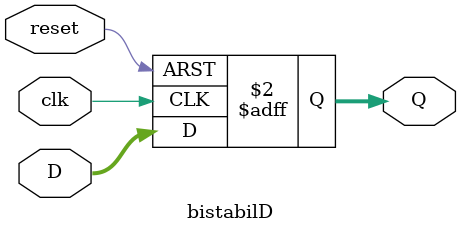
<source format=v>
`timescale 1ns / 1ps


module bistabilD(D, clk, reset, Q);
input [3:0] D;
input clk;
input reset;
output reg [3:0] Q;
always @(posedge clk or posedge reset) 
begin
 if(reset)
  Q <= 0; 
 else 
  Q <= D; 
end 
endmodule

</source>
